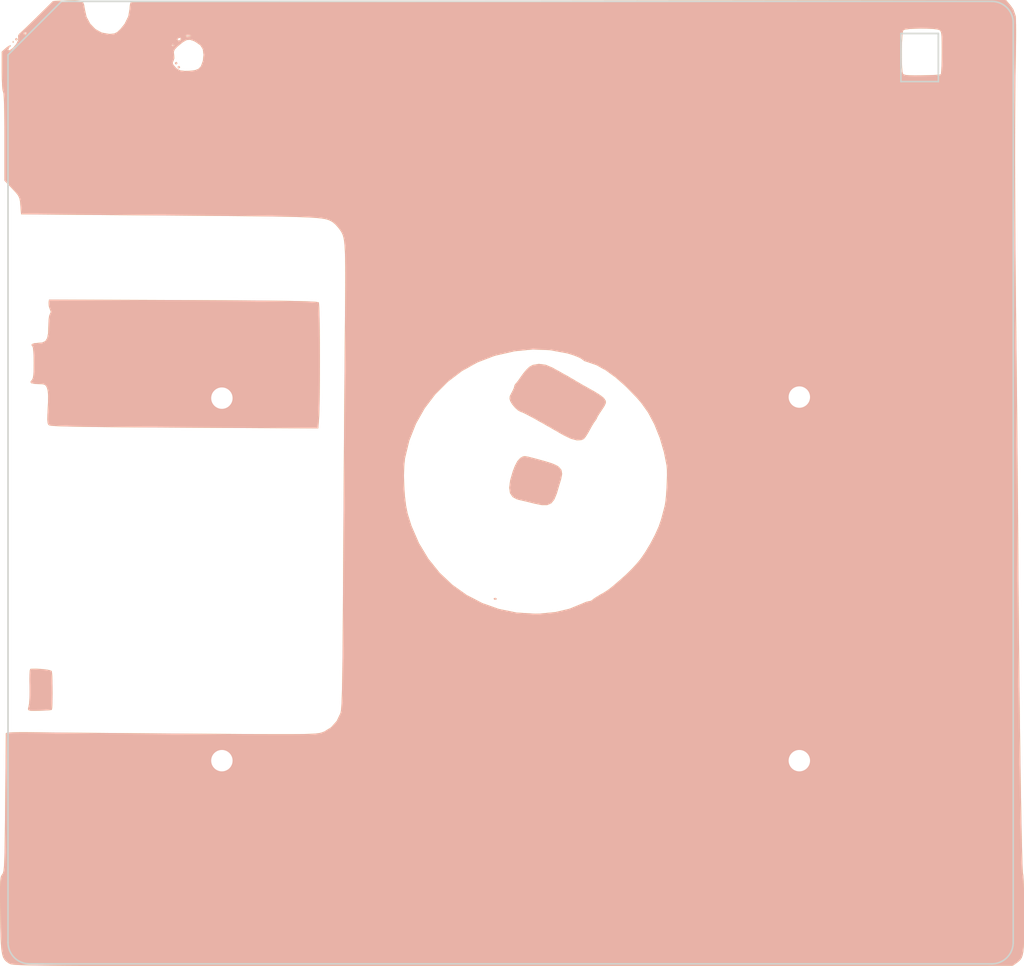
<source format=kicad_pcb>
(kicad_pcb (version 20221018) (generator pcbnew)
  (title_block (title "Floppy") (date "2024-10-25") (rev "0.0.1") (company "SuperFola") (comment 1 "https://github.com/SuperFola/floppy"))
  (layers (0 "F.Cu" signal) (31 "B.Cu" signal) (34 "B.Paste" user) (35 "F.Paste" user) (36 "B.SilkS" user "B.Silkscreen") (37 "F.SilkS" user "F.Silkscreen") (38 "B.Mask" user) (39 "F.Mask" user) (44 "Edge.Cuts" user))
  (net 0 "")
  (footprint "floppy:M2_2mm_hole" (layer "F.Cu") (at 178.5 78.2)
    (fp_text reference "REF**" hide)
    (fp_text value "h2" hide)
    (pad "" thru_hole circle (at 0 0) (size 2 2) (drill 2) (layers "*.Cu" "*.Mask"))
  )
  (footprint "floppy:M2_2mm_hole" (layer "F.Cu") (at 178.5 112.2)
    (fp_text reference "REF**" hide)
    (fp_text value "h2" hide)
    (pad "" thru_hole circle (at 0 0) (size 2 2) (drill 2) (layers "*.Cu" "*.Mask"))
  )
  (footprint "floppy:M2_2mm_hole" (layer "F.Cu") (at 124.5 78.3)
    (fp_text reference "REF**" hide)
    (fp_text value "h2" hide)
    (pad "" thru_hole circle (at 0 0) (size 2 2) (drill 2) (layers "*.Cu" "*.Mask"))
  )
  (footprint "floppy:M2_2mm_hole" (layer "F.Cu") (at 124.5 112.2)
    (fp_text reference "REF**" hide)
    (fp_text value "h2" hide)
    (pad "" thru_hole circle (at 0 0) (size 2 2) (drill 2) (layers "*.Cu" "*.Mask"))
  )
  (footprint "LOGO" (layer "B.Cu") (at 151.6 86.2 -90)
    (fp_text reference "G***" hide)
    (fp_text value "LOGO" hide)
    (fp_poly (pts (xy -41.129738 46.649673) (xy -41.14683 46.575652) (xy -41.212745 46.566667) (xy -41.315231 46.612223) (xy -41.295751 46.649673) (xy -41.147987 46.664575)) (fill solid) (layer "F.SilkS"))
    (fp_poly (pts (xy 10.938601 1.652576) (xy 10.956863 1.563721) (xy 10.91583 1.383825) (xy 10.808018 1.437753) (xy 10.775415 1.485514) (xy 10.79103 1.645426) (xy 10.830322 1.679627)) (fill solid) (layer "F.SilkS"))
    (fp_poly (pts (xy -41.340873 46.347408) (xy -41.337255 46.317647) (xy -41.432004 46.196755) (xy -41.461765 46.193137) (xy -41.582656 46.287886) (xy -41.586274 46.317647) (xy -41.491526 46.438539) (xy -41.461765 46.442157)) (fill solid) (layer "F.SilkS"))
    (fp_poly (pts (xy -39.099696 31.406232) (xy -39.096078 31.376471) (xy -39.190827 31.255579) (xy -39.220588 31.251961) (xy -39.34148 31.34671) (xy -39.345098 31.376471) (xy -39.250349 31.497362) (xy -39.220588 31.50098)) (fill solid) (layer "F.SilkS"))
    (fp_poly (pts (xy -38.726167 31.157212) (xy -38.722549 31.127451) (xy -38.817298 31.006559) (xy -38.847059 31.002941) (xy -38.96795 31.09769) (xy -38.971568 31.127451) (xy -38.87682 31.248343) (xy -38.847059 31.251961)) (fill solid) (layer "F.SilkS"))
    (fp_poly (pts (xy 21.289142 45.177259) (xy 21.325077 45.080872) (xy 21.340286 44.890885) (xy 21.341976 44.544258) (xy 21.332755 44.113968) (xy 21.315234 43.672992) (xy 21.292024 43.294307) (xy 21.265735 43.050892) (xy 21.250677 43.000897) (xy 21.097527 42.971486) (xy 20.751314 42.95038) (xy 20.267848 42.937373) (xy 19.702941 42.93226) (xy 19.112404 42.934833) (xy 18.552048 42.944887) (xy 18.077683 42.962217) (xy 17.745121 42.986615) (xy 17.613337 43.014326) (xy 17.538642 43.186663) (xy 17.473464 43.534295) (xy 17.425036 43.983508) (xy 17.400588 44.460587) (xy 17.407352 44.891817) (xy 17.417533 45.010294) (xy 17.545095 45.062676) (xy 17.899912 45.093121) (xy 18.461095 45.100555) (xy 18.98606 45.090919) (xy 19.623822 45.083777) (xy 20.198132 45.097185) (xy 20.646779 45.128457) (xy 20.904235 45.173726) (xy 21.167398 45.240482)) (fill solid) (layer "F.SilkS"))
    (fp_poly (pts (xy 0.988279 0.158467) (xy 1.34728 -0.084472) (xy 1.570773 -0.496934) (xy 1.621228 -0.689323) (xy 1.704704 -1.059869) (xy 1.825776 -1.564533) (xy 1.958815 -2.096572) (xy 1.96396 -2.116667) (xy 2.104739 -2.808562) (xy 2.105115 -3.322789) (xy 1.943031 -3.700783) (xy 1.59643 -3.983975) (xy 1.043256 -4.213798) (xy 0.809314 -4.285659) (xy 0.3437 -4.422439) (xy -0.079114 -4.549239) (xy -0.298727 -4.617003) (xy -0.813622 -4.722611) (xy -1.192771 -4.65375) (xy -1.478809 -4.41128) (xy -1.601844 -4.228975) (xy -1.719471 -3.98705) (xy -1.845168 -3.646297) (xy -1.992417 -3.167508) (xy -2.174698 -2.511475) (xy -2.320641 -1.962735) (xy -2.433081 -1.518633) (xy -2.478513 -1.240148) (xy -2.454777 -1.052465) (xy -2.359714 -0.880773) (xy -2.286498 -0.779891) (xy -2.014957 -0.531766) (xy -1.560638 -0.293149) (xy -1.046944 -0.097666) (xy -0.194315 0.148651) (xy 0.479254 0.235101)) (fill solid) (layer "F.SilkS"))
    (fp_poly (pts (xy -7.603591 0.128028) (xy -7.300155 -0.053198) (xy -6.986477 -0.322536) (xy -6.731285 -0.610713) (xy -6.603304 -0.848454) (xy -6.599019 -0.88456) (xy -6.534609 -1.061909) (xy -6.343599 -1.445486) (xy -6.029325 -2.029085) (xy -5.59512 -2.806502) (xy -5.100942 -3.673039) (xy -4.930092 -3.970356) (xy -4.68728 -4.392827) (xy -4.424654 -4.849722) (xy -4.421113 -4.855882) (xy -4.100213 -5.522789) (xy -3.950418 -6.096313) (xy -3.976649 -6.548305) (xy -4.088027 -6.760726) (xy -4.284239 -6.923191) (xy -4.61982 -7.137002) (xy -4.894811 -7.288786) (xy -5.284752 -7.502473) (xy -5.604209 -7.698479) (xy -5.737255 -7.795795) (xy -5.93424 -7.936773) (xy -6.020403 -7.968627) (xy -6.161145 -8.034134) (xy -6.440186 -8.204509) (xy -6.740502 -8.404412) (xy -7.155535 -8.675654) (xy -7.436761 -8.804106) (xy -7.647089 -8.799669) (xy -7.849426 -8.672245) (xy -7.938091 -8.592903) (xy -8.127386 -8.362793) (xy -8.377876 -7.987838) (xy -8.638247 -7.545345) (xy -8.661177 -7.503442) (xy -8.9494 -6.982924) (xy -9.254406 -6.447447) (xy -9.494794 -6.038726) (xy -9.763424 -5.58545) (xy -10.028722 -5.124589) (xy -10.144067 -4.918137) (xy -10.374543 -4.502314) (xy -10.642871 -4.023888) (xy -10.756546 -3.822994) (xy -11.022431 -3.180317) (xy -11.107529 -2.543599) (xy -11.009442 -1.972383) (xy -10.843621 -1.660763) (xy -10.595098 -1.397471) (xy -10.226134 -1.086282) (xy -9.929059 -0.871569) (xy -9.582153 -0.63037) (xy -9.32987 -0.43672) (xy -9.234477 -0.342402) (xy -9.091102 -0.256053) (xy -9.023702 -0.24902) (xy -8.815127 -0.189197) (xy -8.504166 -0.040215) (xy -8.408733 0.013948) (xy -8.086826 0.1765) (xy -7.843234 0.202777)) (fill solid) (layer "F.SilkS"))
    (fp_poly (pts (xy -9.28499 44.909406) (xy -9.22254 44.560391) (xy -9.213725 44.270993) (xy -9.202373 43.879532) (xy -9.144355 43.65856) (xy -9.00373 43.529778) (xy -8.838313 43.453141) (xy -8.559503 43.381988) (xy -8.139457 43.350811) (xy -7.539179 43.358178) (xy -6.993829 43.385322) (xy -6.349253 43.419001) (xy -5.908018 43.427291) (xy -5.62547 43.407355) (xy -5.456953 43.356359) (xy -5.366203 43.281955) (xy -5.338972 43.201605) (xy -5.314189 43.021132) (xy -5.291632 42.728281) (xy -5.271082 42.310796) (xy -5.252318 41.756422) (xy -5.235121 41.052905) (xy -5.219271 40.187989) (xy -5.204547 39.149419) (xy -5.190729 37.92494) (xy -5.177597 36.502297) (xy -5.164931 34.869234) (xy -5.152511 33.013497) (xy -5.140118 30.92283) (xy -5.138251 30.588849) (xy -5.068855 18.086792) (xy -5.865065 18.019667) (xy -6.264485 17.996369) (xy -6.844513 17.976835) (xy -7.574473 17.961008) (xy -8.423688 17.948831) (xy -9.361481 17.94025) (xy -10.357175 17.935206) (xy -11.380093 17.933644) (xy -12.399559 17.935508) (xy -13.384896 17.940741) (xy -14.305427 17.949287) (xy -15.130476 17.96109) (xy -15.829366 17.976093) (xy -16.371419 17.99424) (xy -16.72596 18.015475) (xy -16.862312 18.039741) (xy -16.862385 18.039855) (xy -16.888943 18.139257) (xy -16.913229 18.354729) (xy -16.935398 18.696854) (xy -16.955608 19.176218) (xy -16.974016 19.803406) (xy -16.990779 20.589002) (xy -17.006053 21.543592) (xy -17.019996 22.67776) (xy -17.032764 24.002091) (xy -17.044515 25.52717) (xy -17.055406 27.263582) (xy -17.065593 29.221912) (xy -17.075233 31.412746) (xy -17.080455 32.746078) (xy -17.120098 43.267157) (xy -16.821369 43.309379) (xy -16.478309 43.283126) (xy -16.227431 43.193611) (xy -15.967237 43.100342) (xy -15.791243 43.176697) (xy -15.785327 43.182516) (xy -15.580453 43.260291) (xy -15.176868 43.311356) (xy -14.632704 43.329412) (xy -13.973726 43.352789) (xy -13.524464 43.437346) (xy -13.248777 43.604725) (xy -13.11052 43.876565) (xy -13.073529 44.262947) (xy -13.040729 44.645051) (xy -12.955684 44.871933) (xy -12.838423 44.907241) (xy -12.76351 44.82556) (xy -12.60968 44.771961) (xy -12.248298 44.730838) (xy -11.720664 44.705563) (xy -11.21378 44.69902) (xy -10.544065 44.706072) (xy -10.082942 44.730281) (xy -9.790303 44.77622) (xy -9.626036 44.848465) (xy -9.588393 44.884413) (xy -9.407056 45.017601)) (fill solid) (layer "F.SilkS"))
    (fp_poly (pts (xy 39.019392 47.847469) (xy 39.964616 47.838834) (xy 40.386353 47.834166) (xy 41.51552 47.818927) (xy 42.423616 47.798119) (xy 43.138588 47.766485) (xy 43.688384 47.718765) (xy 44.100951 47.649701) (xy 44.404238 47.554035) (xy 44.626192 47.426507) (xy 44.794761 47.261859) (xy 44.937893 47.054833) (xy 44.989034 46.968118) (xy 45.009409 46.928219) (xy 45.028565 46.87651) (xy 45.046534 46.80551) (xy 45.063351 46.707734) (xy 45.079051 46.575702) (xy 45.093668 46.401929) (xy 45.107235 46.178934) (xy 45.119787 45.899232) (xy 45.131358 45.555342) (xy 45.141982 45.139781) (xy 45.151694 44.645065) (xy 45.160527 44.063713) (xy 45.168515 43.388241) (xy 45.175694 42.611166) (xy 45.182096 41.725006) (xy 45.187757 40.722278) (xy 45.19271 39.595499) (xy 45.196989 38.337187) (xy 45.200629 36.939858) (xy 45.203664 35.39603) (xy 45.206128 33.69822) (xy 45.208054 31.838945) (xy 45.209478 29.810722) (xy 45.210434 27.606069) (xy 45.210954 25.217503) (xy 45.211075 22.637541) (xy 45.210829 19.8587) (xy 45.210252 16.873498) (xy 45.209376 13.674451) (xy 45.208237 10.254077) (xy 45.206869 6.604894) (xy 45.205305 2.719417) (xy 45.204111 -0.148443) (xy 45.184496 -46.857143) (xy 44.931942 -47.211823) (xy 44.781679 -47.411193) (xy 44.626648 -47.570183) (xy 44.43824 -47.693321) (xy 44.187846 -47.785135) (xy 43.846855 -47.850153) (xy 43.386659 -47.892902) (xy 42.778648 -47.917912) (xy 41.994212 -47.929708) (xy 41.004743 -47.932821) (xy 40.378487 -47.932488) (xy 39.451042 -47.928011) (xy 38.599716 -47.917227) (xy 37.857761 -47.901088) (xy 37.258435 -47.880546) (xy 36.83499 -47.856552) (xy 36.620682 -47.830058) (xy 36.605883 -47.824565) (xy 36.449165 -47.804428) (xy 36.057743 -47.782739) (xy 35.445927 -47.759711) (xy 34.628026 -47.735555) (xy 33.618349 -47.710483) (xy 32.431205 -47.684707) (xy 31.080906 -47.658441) (xy 29.581758 -47.631894) (xy 27.948073 -47.605281) (xy 26.19416 -47.578812) (xy 24.334327 -47.5527) (xy 22.382885 -47.527157) (xy 20.354142 -47.502395) (xy 18.262409 -47.478626) (xy 16.121994 -47.456063) (xy 13.947208 -47.434916) (xy 11.752359 -47.415399) (xy 9.551757 -47.397723) (xy 7.359711 -47.3821) (xy 6.287745 -47.375227) (xy 4.388795 -47.362664) (xy 2.319002 -47.347442) (xy 0.128498 -47.330016) (xy -2.132591 -47.31084) (xy -4.414133 -47.290368) (xy -6.666001 -47.269056) (xy -8.838065 -47.247356) (xy -10.880197 -47.225723) (xy -12.742266 -47.204613) (xy -13.384804 -47.196913) (xy -16.475155 -47.161655) (xy -19.46788 -47.132309) (xy -22.347839 -47.108908) (xy -25.099888 -47.091486) (xy -27.708886 -47.080075) (xy -30.159691 -47.07471) (xy -32.437162 -47.075423) (xy -34.526157 -47.082247) (xy -36.411533 -47.095217) (xy -38.078149 -47.114364) (xy -39.501997 -47.139531) (xy -40.451174 -47.156875) (xy -41.344598 -47.16714) (xy -42.144584 -47.170364) (xy -42.813449 -47.166584) (xy -43.313507 -47.155836) (xy -43.607075 -47.13816) (xy -43.627527 -47.135442) (xy -44.254445 -46.918132) (xy -44.651927 -46.639028) (xy -45.131716 -46.224284) (xy -45.123459 -38.25669) (xy -42.458865 -38.25669) (xy -42.453127 -38.83003) (xy -42.429308 -39.348952) (xy -42.387035 -39.752875) (xy -42.328952 -39.975833) (xy -42.263227 -40.06658) (xy -42.153177 -40.131242) (xy -41.960511 -40.174191) (xy -41.646938 -40.199797) (xy -41.174164 -40.212435) (xy -40.5039 -40.216475) (xy -40.219634 -40.216667) (xy -39.543148 -40.21061) (xy -38.95803 -40.193882) (xy -38.507852 -40.168644) (xy -38.236189 -40.137058) (xy -38.176568 -40.115317) (xy -38.15154 -39.95931) (xy -38.127252 -39.60383) (xy -38.106188 -39.09842) (xy -38.090829 -38.49262) (xy -38.088599 -38.359751) (xy -38.083384 -37.651835) (xy -38.095077 -37.156382) (xy -38.126724 -36.837222) (xy -38.181375 -36.658186) (xy -38.237271 -36.595361) (xy -38.439755 -36.545371) (xy -38.830163 -36.509781) (xy -39.354635 -36.488123) (xy -39.95931 -36.479927) (xy -40.590328 -36.484726) (xy -41.19383 -36.502051) (xy -41.715953 -36.531433) (xy -42.102839 -36.572403) (xy -42.300628 -36.624492) (xy -42.308431 -36.630784) (xy -42.371304 -36.815979) (xy -42.417581 -37.189083) (xy -42.446892 -37.689513) (xy -42.458865 -38.25669) (xy -45.123459 -38.25669) (xy -45.089343 -5.338367) (xy -45.085654 -1.96109) (xy -12.44953 -1.96109) (xy -12.385905 -3.583229) (xy -12.091875 -5.1625) (xy -12.057263 -5.291667) (xy -11.896667 -5.800717) (xy -11.719406 -6.243095) (xy -11.553869 -6.553753) (xy -11.461149 -6.657413) (xy -11.356967 -6.818092) (xy -11.268483 -7.095483) (xy -10.988119 -7.908499) (xy -10.494764 -8.798647) (xy -9.804328 -9.744998) (xy -8.932718 -10.726623) (xy -7.895845 -11.722596) (xy -7.467452 -12.095688) (xy -6.549689 -12.751415) (xy -5.437097 -13.340893) (xy -4.179574 -13.843901) (xy -2.827019 -14.240219) (xy -1.556372 -14.490998) (xy -1.192181 -14.516597) (xy -0.653581 -14.519034) (xy -0.011411 -14.501798) (xy 0.663486 -14.468382) (xy 1.300269 -14.422273) (xy 1.828096 -14.366963) (xy 2.170669 -14.307382) (xy 2.581029 -14.199867) (xy 3.093489 -14.064956) (xy 3.42402 -13.977639) (xy 4.092101 -13.748932) (xy 4.878672 -13.39723) (xy 5.711683 -12.959869) (xy 6.519086 -12.474184) (xy 7.108155 -12.068537) (xy 7.565989 -11.692905) (xy 8.09198 -11.205557) (xy 8.598685 -10.6892) (xy 8.789037 -10.478646) (xy 9.267966 -9.930381) (xy 9.616107 -9.524712) (xy 9.867284 -9.217383) (xy 10.055322 -8.964139) (xy 10.214046 -8.720724) (xy 10.377279 -8.442883) (xy 10.469941 -8.279378) (xy 10.688914 -7.910744) (xy 10.872395 -7.63604) (xy 10.968746 -7.525499) (xy 11.066808 -7.355138) (xy 11.081373 -7.240547) (xy 11.135968 -6.992323) (xy 11.270563 -6.656439) (xy 11.303047 -6.590401) (xy 11.792926 -5.39865) (xy 12.105085 -4.082989) (xy 12.245567 -2.615467) (xy 12.254861 -2.187621) (xy 12.149102 -0.460726) (xy 11.813619 1.19125) (xy 11.260478 2.752952) (xy 10.501746 4.209025) (xy 9.54949 5.544113) (xy 8.415777 6.74286) (xy 7.112674 7.789912) (xy 5.652248 8.669912) (xy 4.046565 9.367505) (xy 2.89283 9.725905) (xy 2.169363 9.871235) (xy 1.282961 9.979865) (xy 0.314403 10.048002) (xy -0.655528 10.071853) (xy -1.546054 10.047623) (xy -2.276392 9.971519) (xy -2.289698 9.969292) (xy -3.937756 9.569592) (xy -5.495032 8.952467) (xy -6.941842 8.135342) (xy -8.258499 7.135642) (xy -9.425321 5.970792) (xy -10.422621 4.658217) (xy -11.230715 3.215342) (xy -11.829919 1.659592) (xy -11.883905 1.476472) (xy -12.282335 -0.279913) (xy -12.44953 -1.96109) (xy -45.085654 -1.96109) (xy -45.084942 -1.308795) (xy -45.080332 2.477319) (xy -45.075487 6.025535) (xy -45.070383 9.341416) (xy -45.064993 12.430523) (xy -45.059293 15.298416) (xy -45.053258 17.950658) (xy -45.046863 20.392808) (xy -45.040082 22.630429) (xy -45.032891 24.669082) (xy -45.025263 26.514328) (xy -45.017175 28.171729) (xy -45.008601 29.646844) (xy -45.004339 30.255882) (xy -41.806407 30.255882) (xy -41.793426 30.02936) (xy -41.761106 30.002663) (xy -41.749466 30.03799) (xy -41.74604 30.093868) (xy -41.414087 30.093868) (xy -41.308146 29.759194) (xy -41.205649 29.558089) (xy -40.891106 29.115186) (xy -40.54247 28.892154) (xy -40.528103 28.88761) (xy -40.007168 28.818661) (xy -39.440967 28.879756) (xy -38.957941 29.055045) (xy -38.903918 29.088024) (xy -38.695009 29.298542) (xy -38.567222 29.628644) (xy -38.508126 30.124681) (xy -38.500924 30.590477) (xy -38.556021 31.013957) (xy -38.748728 31.336384) (xy -38.858722 31.449899) (xy -39.112406 31.660462) (xy -39.284242 31.698975) (xy -39.393413 31.637059) (xy -39.67265 31.544879) (xy -39.998944 31.565642) (xy -40.276924 31.592158) (xy -40.489788 31.515707) (xy -40.728924 31.294209) (xy -40.827348 31.1842) (xy -41.188768 30.74155) (xy -41.379321 30.399713) (xy -41.414087 30.093868) (xy -41.74604 30.093868) (xy -41.730102 30.353775) (xy -41.749466 30.473774) (xy -41.785555 30.512525) (xy -41.805203 30.34036) (xy -41.806407 30.255882) (xy -45.004339 30.255882) (xy -44.999515 30.945237) (xy -44.998554 31.057848) (xy -41.586274 31.057848) (xy -41.525913 30.928973) (xy -41.461765 30.940686) (xy -41.342004 31.099867) (xy -41.337255 31.134799) (xy -41.432224 31.248607) (xy -41.461765 31.251961) (xy -41.571036 31.150615) (xy -41.586274 31.057848) (xy -44.998554 31.057848) (xy -44.993177 31.687745) (xy -40.963725 31.687745) (xy -40.90147 31.62549) (xy -40.839216 31.687745) (xy -40.90147 31.75) (xy -40.963725 31.687745) (xy -44.993177 31.687745) (xy -44.989893 32.072468) (xy -44.97971 33.034098) (xy -44.96894 33.835689) (xy -44.957558 34.482802) (xy -44.94554 34.980997) (xy -44.932859 35.335838) (xy -44.919491 35.552884) (xy -44.905411 35.637696) (xy -44.904122 35.639025) (xy -44.690715 35.700908) (xy -44.356842 35.731726) (xy -44.309568 35.732407) (xy -43.611977 35.851977) (xy -42.921932 36.186099) (xy -42.426716 36.579987) (xy -42.144082 36.880358) (xy -42.006616 37.142164) (xy -41.96436 37.481554) (xy -41.962891 37.658357) (xy -42.083204 38.329088) (xy -42.41321 38.925419) (xy -42.916765 39.412657) (xy -43.557726 39.756106) (xy -44.299952 39.921071) (xy -44.321781 39.922779) (xy -44.69918 39.987967) (xy -44.96964 40.102167) (xy -45.022571 40.150964) (xy -45.088582 40.387076) (xy -45.115585 40.851557) (xy -45.102659 41.526689) (xy -45.098648 41.61542) (xy -45.037937 42.893627) (xy -43.547702 44.402116) (xy -43.049032 44.910272) (xy -42.60937 45.364673) (xy -42.503768 45.475846) (xy -42.154821 45.475846) (xy -42.032434 45.455908) (xy -41.870943 45.4788) (xy -41.869015 45.521303) (xy -42.035658 45.551026) (xy -42.107659 45.531133) (xy -42.154821 45.475846) (xy -42.503768 45.475846) (xy -42.25987 45.732611) (xy -42.031687 45.981381) (xy -41.958947 46.070014) (xy -41.775594 46.167776) (xy -41.649861 46.148622) (xy -41.368217 46.157803) (xy -41.018857 46.327581) (xy -40.677877 46.61526) (xy -40.553256 46.76394) (xy -40.416947 46.976163) (xy -40.442261 47.057181) (xy -40.511752 47.064706) (xy -40.709588 46.974051) (xy -40.749539 46.909069) (xy -40.850736 46.81591) (xy -40.89471 46.836348) (xy -40.876388 46.970336) (xy -40.723089 47.206842) (xy -40.642155 47.30326) (xy -40.300014 47.687255) (xy -38.460296 47.687255) (xy -37.739752 47.679034) (xy -37.15949 47.655839) (xy -36.753408 47.619872) (xy -36.555406 47.573336) (xy -36.543627 47.562745) (xy -36.396594 47.526002) (xy -36.01212 47.495198) (xy -35.401719 47.470678) (xy -34.576906 47.452783) (xy -33.549198 47.441855) (xy -32.355957 47.438235) (xy -28.245239 47.438235) (xy -27.494995 46.722304) (xy -27.116887 46.369777) (xy -26.838991 46.153315) (xy -26.583699 46.034653) (xy -26.273404 45.975526) (xy -25.916738 45.944118) (xy -25.088725 45.881863) (xy -25.077403 44.885784) (xy -25.074885 44.623372) (xy -25.070632 44.130169) (xy -25.064788 43.424396) (xy -25.057496 42.524274) (xy -25.048899 41.448025) (xy -25.039142 40.213869) (xy -25.028368 38.840028) (xy -25.016721 37.344724) (xy -25.004344 35.746176) (xy -24.991381 34.062608) (xy -24.977976 32.312239) (xy -24.968942 31.127451) (xy -24.952481 28.993149) (xy -24.937027 27.093285) (xy -24.921949 25.41328) (xy -24.906616 23.938559) (xy -24.890397 22.654543) (xy -24.872661 21.546657) (xy -24.852777 20.600322) (xy -24.830115 19.800961) (xy -24.804043 19.133999) (xy -24.773931 18.584856) (xy -24.739148 18.138957) (xy -24.699063 17.781725) (xy -24.653044 17.498582) (xy -24.600462 17.27495) (xy -24.540685 17.096254) (xy -24.473082 16.947916) (xy -24.397023 16.815359) (xy -24.346089 16.735844) (xy -24.120224 16.472668) (xy -23.806537 16.194311) (xy -23.752807 16.153759) (xy -23.588451 16.034887) (xy -23.430775 15.932025) (xy -23.26159 15.84419) (xy -23.06271 15.770401) (xy -22.815948 15.709678) (xy -22.503117 15.661038) (xy -22.106031 15.6235) (xy -21.606501 15.596082) (xy -20.986341 15.577804) (xy -20.227365 15.567683) (xy -19.311385 15.564739) (xy -18.220215 15.56799) (xy -16.935667 15.576454) (xy -15.439554 15.58915) (xy -13.713691 15.605097) (xy -13.604455 15.606117) (xy -12.174494 15.618945) (xy -10.530308 15.632783) (xy -8.706691 15.64738) (xy -6.738434 15.662489) (xy -4.660329 15.67786) (xy -2.507169 15.693244) (xy -0.313746 15.708394) (xy 1.885148 15.723059) (xy 4.054721 15.73699) (xy 6.16018 15.74994) (xy 8.030883 15.760887) (xy 10.165499 15.773492) (xy 12.064855 15.785793) (xy 13.742712 15.79805) (xy 15.212829 15.810521) (xy 16.488964 15.823463) (xy 17.584878 15.837135) (xy 18.514329 15.851796) (xy 19.291078 15.867702) (xy 19.928885 15.885113) (xy 20.441507 15.904287) (xy 20.842706 15.925481) (xy 21.14624 15.948954) (xy 21.365869 15.974964) (xy 21.515352 16.003769) (xy 21.553804 16.014609) (xy 22.280584 16.360595) (xy 22.869737 16.881198) (xy 23.277022 17.535273) (xy 23.327784 17.664506) (xy 23.367044 17.782551) (xy 23.401356 17.914812) (xy 23.430917 18.077196) (xy 23.455921 18.285612) (xy 23.476566 18.555965) (xy 23.493047 18.904164) (xy 23.50556 19.346115) (xy 23.514301 19.897726) (xy 23.519466 20.574904) (xy 23.52125 21.393555) (xy 23.51985 22.369588) (xy 23.515461 23.51891) (xy 23.50828 24.857427) (xy 23.498503 26.401047) (xy 23.486324 28.165676) (xy 23.475579 29.664974) (xy 23.462701 31.411547) (xy 23.449423 33.148078) (xy 23.43596 34.850061) (xy 23.422525 36.492993) (xy 23.409332 38.052368) (xy 23.396596 39.503683) (xy 23.38453 40.822433) (xy 23.373348 41.984114) (xy 23.363265 42.964222) (xy 23.354494 43.738252) (xy 23.348891 44.169853) (xy 23.337433 45.202133) (xy 23.336153 46.004931) (xy 23.34567 46.597603) (xy 23.366605 46.999503) (xy 23.399579 47.229986) (xy 23.445211 47.308406) (xy 23.449482 47.308688) (xy 23.598814 47.30891) (xy 23.973192 47.311436) (xy 24.548656 47.316051) (xy 25.301243 47.322544) (xy 26.206994 47.330701) (xy 27.241947 47.340309) (xy 28.38214 47.351155) (xy 29.603615 47.363026) (xy 29.992544 47.366857) (xy 31.42534 47.381511) (xy 32.629819 47.395363) (xy 33.626677 47.409303) (xy 34.436611 47.424218) (xy 35.080317 47.440996) (xy 35.578493 47.460527) (xy 35.951834 47.483698) (xy 36.221038 47.511397) (xy 36.406801 47.544514) (xy 36.529819 47.583936) (xy 36.610789 47.630552) (xy 36.636739 47.652041) (xy 36.725876 47.717204) (xy 36.850572 47.767612) (xy 37.03974 47.804669) (xy 37.322293 47.829778) (xy 37.727144 47.844345) (xy 38.283206 47.849774)) (fill solid) (layer "F.SilkS"))
  )
  (footprint "LOGO" (layer "B.Cu") (at 151.6 86.2 -90)
    (fp_text reference "G***" hide)
    (fp_text value "LOGO" hide)
    (fp_poly (pts (xy -41.129738 46.649673) (xy -41.14683 46.575652) (xy -41.212745 46.566667) (xy -41.315231 46.612223) (xy -41.295751 46.649673) (xy -41.147987 46.664575)) (fill solid) (layer "B.SilkS"))
    (fp_poly (pts (xy 10.938601 1.652576) (xy 10.956863 1.563721) (xy 10.91583 1.383825) (xy 10.808018 1.437753) (xy 10.775415 1.485514) (xy 10.79103 1.645426) (xy 10.830322 1.679627)) (fill solid) (layer "B.SilkS"))
    (fp_poly (pts (xy -41.340873 46.347408) (xy -41.337255 46.317647) (xy -41.432004 46.196755) (xy -41.461765 46.193137) (xy -41.582656 46.287886) (xy -41.586274 46.317647) (xy -41.491526 46.438539) (xy -41.461765 46.442157)) (fill solid) (layer "B.SilkS"))
    (fp_poly (pts (xy -39.099696 31.406232) (xy -39.096078 31.376471) (xy -39.190827 31.255579) (xy -39.220588 31.251961) (xy -39.34148 31.34671) (xy -39.345098 31.376471) (xy -39.250349 31.497362) (xy -39.220588 31.50098)) (fill solid) (layer "B.SilkS"))
    (fp_poly (pts (xy -38.726167 31.157212) (xy -38.722549 31.127451) (xy -38.817298 31.006559) (xy -38.847059 31.002941) (xy -38.96795 31.09769) (xy -38.971568 31.127451) (xy -38.87682 31.248343) (xy -38.847059 31.251961)) (fill solid) (layer "B.SilkS"))
    (fp_poly (pts (xy 21.289142 45.177259) (xy 21.325077 45.080872) (xy 21.340286 44.890885) (xy 21.341976 44.544258) (xy 21.332755 44.113968) (xy 21.315234 43.672992) (xy 21.292024 43.294307) (xy 21.265735 43.050892) (xy 21.250677 43.000897) (xy 21.097527 42.971486) (xy 20.751314 42.95038) (xy 20.267848 42.937373) (xy 19.702941 42.93226) (xy 19.112404 42.934833) (xy 18.552048 42.944887) (xy 18.077683 42.962217) (xy 17.745121 42.986615) (xy 17.613337 43.014326) (xy 17.538642 43.186663) (xy 17.473464 43.534295) (xy 17.425036 43.983508) (xy 17.400588 44.460587) (xy 17.407352 44.891817) (xy 17.417533 45.010294) (xy 17.545095 45.062676) (xy 17.899912 45.093121) (xy 18.461095 45.100555) (xy 18.98606 45.090919) (xy 19.623822 45.083777) (xy 20.198132 45.097185) (xy 20.646779 45.128457) (xy 20.904235 45.173726) (xy 21.167398 45.240482)) (fill solid) (layer "B.SilkS"))
    (fp_poly (pts (xy 0.988279 0.158467) (xy 1.34728 -0.084472) (xy 1.570773 -0.496934) (xy 1.621228 -0.689323) (xy 1.704704 -1.059869) (xy 1.825776 -1.564533) (xy 1.958815 -2.096572) (xy 1.96396 -2.116667) (xy 2.104739 -2.808562) (xy 2.105115 -3.322789) (xy 1.943031 -3.700783) (xy 1.59643 -3.983975) (xy 1.043256 -4.213798) (xy 0.809314 -4.285659) (xy 0.3437 -4.422439) (xy -0.079114 -4.549239) (xy -0.298727 -4.617003) (xy -0.813622 -4.722611) (xy -1.192771 -4.65375) (xy -1.478809 -4.41128) (xy -1.601844 -4.228975) (xy -1.719471 -3.98705) (xy -1.845168 -3.646297) (xy -1.992417 -3.167508) (xy -2.174698 -2.511475) (xy -2.320641 -1.962735) (xy -2.433081 -1.518633) (xy -2.478513 -1.240148) (xy -2.454777 -1.052465) (xy -2.359714 -0.880773) (xy -2.286498 -0.779891) (xy -2.014957 -0.531766) (xy -1.560638 -0.293149) (xy -1.046944 -0.097666) (xy -0.194315 0.148651) (xy 0.479254 0.235101)) (fill solid) (layer "B.SilkS"))
    (fp_poly (pts (xy -7.603591 0.128028) (xy -7.300155 -0.053198) (xy -6.986477 -0.322536) (xy -6.731285 -0.610713) (xy -6.603304 -0.848454) (xy -6.599019 -0.88456) (xy -6.534609 -1.061909) (xy -6.343599 -1.445486) (xy -6.029325 -2.029085) (xy -5.59512 -2.806502) (xy -5.100942 -3.673039) (xy -4.930092 -3.970356) (xy -4.68728 -4.392827) (xy -4.424654 -4.849722) (xy -4.421113 -4.855882) (xy -4.100213 -5.522789) (xy -3.950418 -6.096313) (xy -3.976649 -6.548305) (xy -4.088027 -6.760726) (xy -4.284239 -6.923191) (xy -4.61982 -7.137002) (xy -4.894811 -7.288786) (xy -5.284752 -7.502473) (xy -5.604209 -7.698479) (xy -5.737255 -7.795795) (xy -5.93424 -7.936773) (xy -6.020403 -7.968627) (xy -6.161145 -8.034134) (xy -6.440186 -8.204509) (xy -6.740502 -8.404412) (xy -7.155535 -8.675654) (xy -7.436761 -8.804106) (xy -7.647089 -8.799669) (xy -7.849426 -8.672245) (xy -7.938091 -8.592903) (xy -8.127386 -8.362793) (xy -8.377876 -7.987838) (xy -8.638247 -7.545345) (xy -8.661177 -7.503442) (xy -8.9494 -6.982924) (xy -9.254406 -6.447447) (xy -9.494794 -6.038726) (xy -9.763424 -5.58545) (xy -10.028722 -5.124589) (xy -10.144067 -4.918137) (xy -10.374543 -4.502314) (xy -10.642871 -4.023888) (xy -10.756546 -3.822994) (xy -11.022431 -3.180317) (xy -11.107529 -2.543599) (xy -11.009442 -1.972383) (xy -10.843621 -1.660763) (xy -10.595098 -1.397471) (xy -10.226134 -1.086282) (xy -9.929059 -0.871569) (xy -9.582153 -0.63037) (xy -9.32987 -0.43672) (xy -9.234477 -0.342402) (xy -9.091102 -0.256053) (xy -9.023702 -0.24902) (xy -8.815127 -0.189197) (xy -8.504166 -0.040215) (xy -8.408733 0.013948) (xy -8.086826 0.1765) (xy -7.843234 0.202777)) (fill solid) (layer "B.SilkS"))
    (fp_poly (pts (xy -9.28499 44.909406) (xy -9.22254 44.560391) (xy -9.213725 44.270993) (xy -9.202373 43.879532) (xy -9.144355 43.65856) (xy -9.00373 43.529778) (xy -8.838313 43.453141) (xy -8.559503 43.381988) (xy -8.139457 43.350811) (xy -7.539179 43.358178) (xy -6.993829 43.385322) (xy -6.349253 43.419001) (xy -5.908018 43.427291) (xy -5.62547 43.407355) (xy -5.456953 43.356359) (xy -5.366203 43.281955) (xy -5.338972 43.201605) (xy -5.314189 43.021132) (xy -5.291632 42.728281) (xy -5.271082 42.310796) (xy -5.252318 41.756422) (xy -5.235121 41.052905) (xy -5.219271 40.187989) (xy -5.204547 39.149419) (xy -5.190729 37.92494) (xy -5.177597 36.502297) (xy -5.164931 34.869234) (xy -5.152511 33.013497) (xy -5.140118 30.92283) (xy -5.138251 30.588849) (xy -5.068855 18.086792) (xy -5.865065 18.019667) (xy -6.264485 17.996369) (xy -6.844513 17.976835) (xy -7.574473 17.961008) (xy -8.423688 17.948831) (xy -9.361481 17.94025) (xy -10.357175 17.935206) (xy -11.380093 17.933644) (xy -12.399559 17.935508) (xy -13.384896 17.940741) (xy -14.305427 17.949287) (xy -15.130476 17.96109) (xy -15.829366 17.976093) (xy -16.371419 17.99424) (xy -16.72596 18.015475) (xy -16.862312 18.039741) (xy -16.862385 18.039855) (xy -16.888943 18.139257) (xy -16.913229 18.354729) (xy -16.935398 18.696854) (xy -16.955608 19.176218) (xy -16.974016 19.803406) (xy -16.990779 20.589002) (xy -17.006053 21.543592) (xy -17.019996 22.67776) (xy -17.032764 24.002091) (xy -17.044515 25.52717) (xy -17.055406 27.263582) (xy -17.065593 29.221912) (xy -17.075233 31.412746) (xy -17.080455 32.746078) (xy -17.120098 43.267157) (xy -16.821369 43.309379) (xy -16.478309 43.283126) (xy -16.227431 43.193611) (xy -15.967237 43.100342) (xy -15.791243 43.176697) (xy -15.785327 43.182516) (xy -15.580453 43.260291) (xy -15.176868 43.311356) (xy -14.632704 43.329412) (xy -13.973726 43.352789) (xy -13.524464 43.437346) (xy -13.248777 43.604725) (xy -13.11052 43.876565) (xy -13.073529 44.262947) (xy -13.040729 44.645051) (xy -12.955684 44.871933) (xy -12.838423 44.907241) (xy -12.76351 44.82556) (xy -12.60968 44.771961) (xy -12.248298 44.730838) (xy -11.720664 44.705563) (xy -11.21378 44.69902) (xy -10.544065 44.706072) (xy -10.082942 44.730281) (xy -9.790303 44.77622) (xy -9.626036 44.848465) (xy -9.588393 44.884413) (xy -9.407056 45.017601)) (fill solid) (layer "B.SilkS"))
    (fp_poly (pts (xy 39.019392 47.847469) (xy 39.964616 47.838834) (xy 40.386353 47.834166) (xy 41.51552 47.818927) (xy 42.423616 47.798119) (xy 43.138588 47.766485) (xy 43.688384 47.718765) (xy 44.100951 47.649701) (xy 44.404238 47.554035) (xy 44.626192 47.426507) (xy 44.794761 47.261859) (xy 44.937893 47.054833) (xy 44.989034 46.968118) (xy 45.009409 46.928219) (xy 45.028565 46.87651) (xy 45.046534 46.80551) (xy 45.063351 46.707734) (xy 45.079051 46.575702) (xy 45.093668 46.401929) (xy 45.107235 46.178934) (xy 45.119787 45.899232) (xy 45.131358 45.555342) (xy 45.141982 45.139781) (xy 45.151694 44.645065) (xy 45.160527 44.063713) (xy 45.168515 43.388241) (xy 45.175694 42.611166) (xy 45.182096 41.725006) (xy 45.187757 40.722278) (xy 45.19271 39.595499) (xy 45.196989 38.337187) (xy 45.200629 36.939858) (xy 45.203664 35.39603) (xy 45.206128 33.69822) (xy 45.208054 31.838945) (xy 45.209478 29.810722) (xy 45.210434 27.606069) (xy 45.210954 25.217503) (xy 45.211075 22.637541) (xy 45.210829 19.8587) (xy 45.210252 16.873498) (xy 45.209376 13.674451) (xy 45.208237 10.254077) (xy 45.206869 6.604894) (xy 45.205305 2.719417) (xy 45.204111 -0.148443) (xy 45.184496 -46.857143) (xy 44.931942 -47.211823) (xy 44.781679 -47.411193) (xy 44.626648 -47.570183) (xy 44.43824 -47.693321) (xy 44.187846 -47.785135) (xy 43.846855 -47.850153) (xy 43.386659 -47.892902) (xy 42.778648 -47.917912) (xy 41.994212 -47.929708) (xy 41.004743 -47.932821) (xy 40.378487 -47.932488) (xy 39.451042 -47.928011) (xy 38.599716 -47.917227) (xy 37.857761 -47.901088) (xy 37.258435 -47.880546) (xy 36.83499 -47.856552) (xy 36.620682 -47.830058) (xy 36.605883 -47.824565) (xy 36.449165 -47.804428) (xy 36.057743 -47.782739) (xy 35.445927 -47.759711) (xy 34.628026 -47.735555) (xy 33.618349 -47.710483) (xy 32.431205 -47.684707) (xy 31.080906 -47.658441) (xy 29.581758 -47.631894) (xy 27.948073 -47.605281) (xy 26.19416 -47.578812) (xy 24.334327 -47.5527) (xy 22.382885 -47.527157) (xy 20.354142 -47.502395) (xy 18.262409 -47.478626) (xy 16.121994 -47.456063) (xy 13.947208 -47.434916) (xy 11.752359 -47.415399) (xy 9.551757 -47.397723) (xy 7.359711 -47.3821) (xy 6.287745 -47.375227) (xy 4.388795 -47.362664) (xy 2.319002 -47.347442) (xy 0.128498 -47.330016) (xy -2.132591 -47.31084) (xy -4.414133 -47.290368) (xy -6.666001 -47.269056) (xy -8.838065 -47.247356) (xy -10.880197 -47.225723) (xy -12.742266 -47.204613) (xy -13.384804 -47.196913) (xy -16.475155 -47.161655) (xy -19.46788 -47.132309) (xy -22.347839 -47.108908) (xy -25.099888 -47.091486) (xy -27.708886 -47.080075) (xy -30.159691 -47.07471) (xy -32.437162 -47.075423) (xy -34.526157 -47.082247) (xy -36.411533 -47.095217) (xy -38.078149 -47.114364) (xy -39.501997 -47.139531) (xy -40.451174 -47.156875) (xy -41.344598 -47.16714) (xy -42.144584 -47.170364) (xy -42.813449 -47.166584) (xy -43.313507 -47.155836) (xy -43.607075 -47.13816) (xy -43.627527 -47.135442) (xy -44.254445 -46.918132) (xy -44.651927 -46.639028) (xy -45.131716 -46.224284) (xy -45.123459 -38.25669) (xy -42.458865 -38.25669) (xy -42.453127 -38.83003) (xy -42.429308 -39.348952) (xy -42.387035 -39.752875) (xy -42.328952 -39.975833) (xy -42.263227 -40.06658) (xy -42.153177 -40.131242) (xy -41.960511 -40.174191) (xy -41.646938 -40.199797) (xy -41.174164 -40.212435) (xy -40.5039 -40.216475) (xy -40.219634 -40.216667) (xy -39.543148 -40.21061) (xy -38.95803 -40.193882) (xy -38.507852 -40.168644) (xy -38.236189 -40.137058) (xy -38.176568 -40.115317) (xy -38.15154 -39.95931) (xy -38.127252 -39.60383) (xy -38.106188 -39.09842) (xy -38.090829 -38.49262) (xy -38.088599 -38.359751) (xy -38.083384 -37.651835) (xy -38.095077 -37.156382) (xy -38.126724 -36.837222) (xy -38.181375 -36.658186) (xy -38.237271 -36.595361) (xy -38.439755 -36.545371) (xy -38.830163 -36.509781) (xy -39.354635 -36.488123) (xy -39.95931 -36.479927) (xy -40.590328 -36.484726) (xy -41.19383 -36.502051) (xy -41.715953 -36.531433) (xy -42.102839 -36.572403) (xy -42.300628 -36.624492) (xy -42.308431 -36.630784) (xy -42.371304 -36.815979) (xy -42.417581 -37.189083) (xy -42.446892 -37.689513) (xy -42.458865 -38.25669) (xy -45.123459 -38.25669) (xy -45.089343 -5.338367) (xy -45.085654 -1.96109) (xy -12.44953 -1.96109) (xy -12.385905 -3.583229) (xy -12.091875 -5.1625) (xy -12.057263 -5.291667) (xy -11.896667 -5.800717) (xy -11.719406 -6.243095) (xy -11.553869 -6.553753) (xy -11.461149 -6.657413) (xy -11.356967 -6.818092) (xy -11.268483 -7.095483) (xy -10.988119 -7.908499) (xy -10.494764 -8.798647) (xy -9.804328 -9.744998) (xy -8.932718 -10.726623) (xy -7.895845 -11.722596) (xy -7.467452 -12.095688) (xy -6.549689 -12.751415) (xy -5.437097 -13.340893) (xy -4.179574 -13.843901) (xy -2.827019 -14.240219) (xy -1.556372 -14.490998) (xy -1.192181 -14.516597) (xy -0.653581 -14.519034) (xy -0.011411 -14.501798) (xy 0.663486 -14.468382) (xy 1.300269 -14.422273) (xy 1.828096 -14.366963) (xy 2.170669 -14.307382) (xy 2.581029 -14.199867) (xy 3.093489 -14.064956) (xy 3.42402 -13.977639) (xy 4.092101 -13.748932) (xy 4.878672 -13.39723) (xy 5.711683 -12.959869) (xy 6.519086 -12.474184) (xy 7.108155 -12.068537) (xy 7.565989 -11.692905) (xy 8.09198 -11.205557) (xy 8.598685 -10.6892) (xy 8.789037 -10.478646) (xy 9.267966 -9.930381) (xy 9.616107 -9.524712) (xy 9.867284 -9.217383) (xy 10.055322 -8.964139) (xy 10.214046 -8.720724) (xy 10.377279 -8.442883) (xy 10.469941 -8.279378) (xy 10.688914 -7.910744) (xy 10.872395 -7.63604) (xy 10.968746 -7.525499) (xy 11.066808 -7.355138) (xy 11.081373 -7.240547) (xy 11.135968 -6.992323) (xy 11.270563 -6.656439) (xy 11.303047 -6.590401) (xy 11.792926 -5.39865) (xy 12.105085 -4.082989) (xy 12.245567 -2.615467) (xy 12.254861 -2.187621) (xy 12.149102 -0.460726) (xy 11.813619 1.19125) (xy 11.260478 2.752952) (xy 10.501746 4.209025) (xy 9.54949 5.544113) (xy 8.415777 6.74286) (xy 7.112674 7.789912) (xy 5.652248 8.669912) (xy 4.046565 9.367505) (xy 2.89283 9.725905) (xy 2.169363 9.871235) (xy 1.282961 9.979865) (xy 0.314403 10.048002) (xy -0.655528 10.071853) (xy -1.546054 10.047623) (xy -2.276392 9.971519) (xy -2.289698 9.969292) (xy -3.937756 9.569592) (xy -5.495032 8.952467) (xy -6.941842 8.135342) (xy -8.258499 7.135642) (xy -9.425321 5.970792) (xy -10.422621 4.658217) (xy -11.230715 3.215342) (xy -11.829919 1.659592) (xy -11.883905 1.476472) (xy -12.282335 -0.279913) (xy -12.44953 -1.96109) (xy -45.085654 -1.96109) (xy -45.084942 -1.308795) (xy -45.080332 2.477319) (xy -45.075487 6.025535) (xy -45.070383 9.341416) (xy -45.064993 12.430523) (xy -45.059293 15.298416) (xy -45.053258 17.950658) (xy -45.046863 20.392808) (xy -45.040082 22.630429) (xy -45.032891 24.669082) (xy -45.025263 26.514328) (xy -45.017175 28.171729) (xy -45.008601 29.646844) (xy -45.004339 30.255882) (xy -41.806407 30.255882) (xy -41.793426 30.02936) (xy -41.761106 30.002663) (xy -41.749466 30.03799) (xy -41.74604 30.093868) (xy -41.414087 30.093868) (xy -41.308146 29.759194) (xy -41.205649 29.558089) (xy -40.891106 29.115186) (xy -40.54247 28.892154) (xy -40.528103 28.88761) (xy -40.007168 28.818661) (xy -39.440967 28.879756) (xy -38.957941 29.055045) (xy -38.903918 29.088024) (xy -38.695009 29.298542) (xy -38.567222 29.628644) (xy -38.508126 30.124681) (xy -38.500924 30.590477) (xy -38.556021 31.013957) (xy -38.748728 31.336384) (xy -38.858722 31.449899) (xy -39.112406 31.660462) (xy -39.284242 31.698975) (xy -39.393413 31.637059) (xy -39.67265 31.544879) (xy -39.998944 31.565642) (xy -40.276924 31.592158) (xy -40.489788 31.515707) (xy -40.728924 31.294209) (xy -40.827348 31.1842) (xy -41.188768 30.74155) (xy -41.379321 30.399713) (xy -41.414087 30.093868) (xy -41.74604 30.093868) (xy -41.730102 30.353775) (xy -41.749466 30.473774) (xy -41.785555 30.512525) (xy -41.805203 30.34036) (xy -41.806407 30.255882) (xy -45.004339 30.255882) (xy -44.999515 30.945237) (xy -44.998554 31.057848) (xy -41.586274 31.057848) (xy -41.525913 30.928973) (xy -41.461765 30.940686) (xy -41.342004 31.099867) (xy -41.337255 31.134799) (xy -41.432224 31.248607) (xy -41.461765 31.251961) (xy -41.571036 31.150615) (xy -41.586274 31.057848) (xy -44.998554 31.057848) (xy -44.993177 31.687745) (xy -40.963725 31.687745) (xy -40.90147 31.62549) (xy -40.839216 31.687745) (xy -40.90147 31.75) (xy -40.963725 31.687745) (xy -44.993177 31.687745) (xy -44.989893 32.072468) (xy -44.97971 33.034098) (xy -44.96894 33.835689) (xy -44.957558 34.482802) (xy -44.94554 34.980997) (xy -44.932859 35.335838) (xy -44.919491 35.552884) (xy -44.905411 35.637696) (xy -44.904122 35.639025) (xy -44.690715 35.700908) (xy -44.356842 35.731726) (xy -44.309568 35.732407) (xy -43.611977 35.851977) (xy -42.921932 36.186099) (xy -42.426716 36.579987) (xy -42.144082 36.880358) (xy -42.006616 37.142164) (xy -41.96436 37.481554) (xy -41.962891 37.658357) (xy -42.083204 38.329088) (xy -42.41321 38.925419) (xy -42.916765 39.412657) (xy -43.557726 39.756106) (xy -44.299952 39.921071) (xy -44.321781 39.922779) (xy -44.69918 39.987967) (xy -44.96964 40.102167) (xy -45.022571 40.150964) (xy -45.088582 40.387076) (xy -45.115585 40.851557) (xy -45.102659 41.526689) (xy -45.098648 41.61542) (xy -45.037937 42.893627) (xy -43.547702 44.402116) (xy -43.049032 44.910272) (xy -42.60937 45.364673) (xy -42.503768 45.475846) (xy -42.154821 45.475846) (xy -42.032434 45.455908) (xy -41.870943 45.4788) (xy -41.869015 45.521303) (xy -42.035658 45.551026) (xy -42.107659 45.531133) (xy -42.154821 45.475846) (xy -42.503768 45.475846) (xy -42.25987 45.732611) (xy -42.031687 45.981381) (xy -41.958947 46.070014) (xy -41.775594 46.167776) (xy -41.649861 46.148622) (xy -41.368217 46.157803) (xy -41.018857 46.327581) (xy -40.677877 46.61526) (xy -40.553256 46.76394) (xy -40.416947 46.976163) (xy -40.442261 47.057181) (xy -40.511752 47.064706) (xy -40.709588 46.974051) (xy -40.749539 46.909069) (xy -40.850736 46.81591) (xy -40.89471 46.836348) (xy -40.876388 46.970336) (xy -40.723089 47.206842) (xy -40.642155 47.30326) (xy -40.300014 47.687255) (xy -38.460296 47.687255) (xy -37.739752 47.679034) (xy -37.15949 47.655839) (xy -36.753408 47.619872) (xy -36.555406 47.573336) (xy -36.543627 47.562745) (xy -36.396594 47.526002) (xy -36.01212 47.495198) (xy -35.401719 47.470678) (xy -34.576906 47.452783) (xy -33.549198 47.441855) (xy -32.355957 47.438235) (xy -28.245239 47.438235) (xy -27.494995 46.722304) (xy -27.116887 46.369777) (xy -26.838991 46.153315) (xy -26.583699 46.034653) (xy -26.273404 45.975526) (xy -25.916738 45.944118) (xy -25.088725 45.881863) (xy -25.077403 44.885784) (xy -25.074885 44.623372) (xy -25.070632 44.130169) (xy -25.064788 43.424396) (xy -25.057496 42.524274) (xy -25.048899 41.448025) (xy -25.039142 40.213869) (xy -25.028368 38.840028) (xy -25.016721 37.344724) (xy -25.004344 35.746176) (xy -24.991381 34.062608) (xy -24.977976 32.312239) (xy -24.968942 31.127451) (xy -24.952481 28.993149) (xy -24.937027 27.093285) (xy -24.921949 25.41328) (xy -24.906616 23.938559) (xy -24.890397 22.654543) (xy -24.872661 21.546657) (xy -24.852777 20.600322) (xy -24.830115 19.800961) (xy -24.804043 19.133999) (xy -24.773931 18.584856) (xy -24.739148 18.138957) (xy -24.699063 17.781725) (xy -24.653044 17.498582) (xy -24.600462 17.27495) (xy -24.540685 17.096254) (xy -24.473082 16.947916) (xy -24.397023 16.815359) (xy -24.346089 16.735844) (xy -24.120224 16.472668) (xy -23.806537 16.194311) (xy -23.752807 16.153759) (xy -23.588451 16.034887) (xy -23.430775 15.932025) (xy -23.26159 15.84419) (xy -23.06271 15.770401) (xy -22.815948 15.709678) (xy -22.503117 15.661038) (xy -22.106031 15.6235) (xy -21.606501 15.596082) (xy -20.986341 15.577804) (xy -20.227365 15.567683) (xy -19.311385 15.564739) (xy -18.220215 15.56799) (xy -16.935667 15.576454) (xy -15.439554 15.58915) (xy -13.713691 15.605097) (xy -13.604455 15.606117) (xy -12.174494 15.618945) (xy -10.530308 15.632783) (xy -8.706691 15.64738) (xy -6.738434 15.662489) (xy -4.660329 15.67786) (xy -2.507169 15.693244) (xy -0.313746 15.708394) (xy 1.885148 15.723059) (xy 4.054721 15.73699) (xy 6.16018 15.74994) (xy 8.030883 15.760887) (xy 10.165499 15.773492) (xy 12.064855 15.785793) (xy 13.742712 15.79805) (xy 15.212829 15.810521) (xy 16.488964 15.823463) (xy 17.584878 15.837135) (xy 18.514329 15.851796) (xy 19.291078 15.867702) (xy 19.928885 15.885113) (xy 20.441507 15.904287) (xy 20.842706 15.925481) (xy 21.14624 15.948954) (xy 21.365869 15.974964) (xy 21.515352 16.003769) (xy 21.553804 16.014609) (xy 22.280584 16.360595) (xy 22.869737 16.881198) (xy 23.277022 17.535273) (xy 23.327784 17.664506) (xy 23.367044 17.782551) (xy 23.401356 17.914812) (xy 23.430917 18.077196) (xy 23.455921 18.285612) (xy 23.476566 18.555965) (xy 23.493047 18.904164) (xy 23.50556 19.346115) (xy 23.514301 19.897726) (xy 23.519466 20.574904) (xy 23.52125 21.393555) (xy 23.51985 22.369588) (xy 23.515461 23.51891) (xy 23.50828 24.857427) (xy 23.498503 26.401047) (xy 23.486324 28.165676) (xy 23.475579 29.664974) (xy 23.462701 31.411547) (xy 23.449423 33.148078) (xy 23.43596 34.850061) (xy 23.422525 36.492993) (xy 23.409332 38.052368) (xy 23.396596 39.503683) (xy 23.38453 40.822433) (xy 23.373348 41.984114) (xy 23.363265 42.964222) (xy 23.354494 43.738252) (xy 23.348891 44.169853) (xy 23.337433 45.202133) (xy 23.336153 46.004931) (xy 23.34567 46.597603) (xy 23.366605 46.999503) (xy 23.399579 47.229986) (xy 23.445211 47.308406) (xy 23.449482 47.308688) (xy 23.598814 47.30891) (xy 23.973192 47.311436) (xy 24.548656 47.316051) (xy 25.301243 47.322544) (xy 26.206994 47.330701) (xy 27.241947 47.340309) (xy 28.38214 47.351155) (xy 29.603615 47.363026) (xy 29.992544 47.366857) (xy 31.42534 47.381511) (xy 32.629819 47.395363) (xy 33.626677 47.409303) (xy 34.436611 47.424218) (xy 35.080317 47.440996) (xy 35.578493 47.460527) (xy 35.951834 47.483698) (xy 36.221038 47.511397) (xy 36.406801 47.544514) (xy 36.529819 47.583936) (xy 36.610789 47.630552) (xy 36.636739 47.652041) (xy 36.725876 47.717204) (xy 36.850572 47.767612) (xy 37.03974 47.804669) (xy 37.322293 47.829778) (xy 37.727144 47.844345) (xy 38.283206 47.849774)) (fill solid) (layer "B.SilkS"))
  )
  (gr_arc (start 196.5 41.2) (mid 197.914214 41.785786) (end 198.5 43.2) (stroke (width 0.15)) (layer "Edge.Cuts"))
  (gr_line (start 104.5 129.2) (end 104.5 46.2) (stroke (width 0.15)) (layer "Edge.Cuts"))
  (gr_line (start 191.5 44.2) (end 191.5 48.7) (stroke (width 0.15)) (layer "Edge.Cuts"))
  (gr_line (start 191.5 44.2) (end 188 44.2) (stroke (width 0.15)) (layer "Edge.Cuts"))
  (gr_line (start 196.5 41.2) (end 109.5 41.2) (stroke (width 0.15)) (layer "Edge.Cuts"))
  (gr_line (start 109.5 41.2) (end 104.5 46.2) (stroke (width 0.15)) (layer "Edge.Cuts"))
  (gr_arc (start 198.5 129.2) (mid 197.914214 130.614214) (end 196.5 131.2) (stroke (width 0.15)) (layer "Edge.Cuts"))
  (gr_line (start 191.5 48.7) (end 188 48.7) (stroke (width 0.15)) (layer "Edge.Cuts"))
  (gr_line (start 198.5 129.2) (end 198.5 43.2) (stroke (width 0.15)) (layer "Edge.Cuts"))
  (gr_line (start 188 48.7) (end 188 44.2) (stroke (width 0.15)) (layer "Edge.Cuts"))
  (gr_line (start 196.5 131.2) (end 106.5 131.2) (stroke (width 0.15)) (layer "Edge.Cuts"))
  (gr_arc (start 106.5 131.2) (mid 105.085786 130.614214) (end 104.5 129.2) (stroke (width 0.15)) (layer "Edge.Cuts"))
)
</source>
